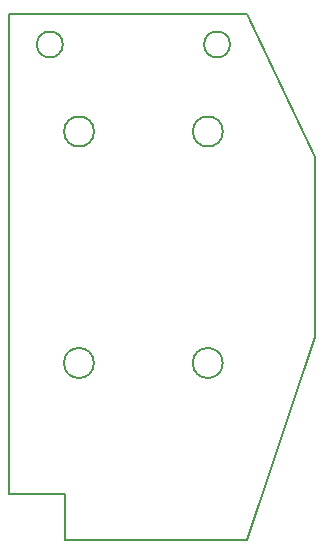
<source format=gbr>
G04 #@! TF.GenerationSoftware,KiCad,Pcbnew,(5.1.6-0-10_14)*
G04 #@! TF.CreationDate,2022-12-26T18:07:59+09:00*
G04 #@! TF.ProjectId,cool536trackballparts,636f6f6c-3533-4367-9472-61636b62616c,rev?*
G04 #@! TF.SameCoordinates,Original*
G04 #@! TF.FileFunction,Profile,NP*
%FSLAX46Y46*%
G04 Gerber Fmt 4.6, Leading zero omitted, Abs format (unit mm)*
G04 Created by KiCad (PCBNEW (5.1.6-0-10_14)) date 2022-12-26 18:07:59*
%MOMM*%
%LPD*%
G01*
G04 APERTURE LIST*
G04 #@! TA.AperFunction,Profile*
%ADD10C,0.150000*%
G04 #@! TD*
G04 APERTURE END LIST*
D10*
X82210000Y-27690000D02*
X87960000Y-39820000D01*
X80150000Y-57220000D02*
G75*
G03*
X80150000Y-57220000I-1270000J0D01*
G01*
X66780000Y-68310000D02*
X66780000Y-72200000D01*
X87960000Y-55020000D02*
X82210000Y-72200000D01*
X82210000Y-27690000D02*
X62020000Y-27690000D01*
X69250000Y-37620000D02*
G75*
G03*
X69250000Y-37620000I-1270000J0D01*
G01*
X66610000Y-30250000D02*
G75*
G03*
X66610000Y-30250000I-1100000J0D01*
G01*
X62020000Y-68310000D02*
X66780000Y-68310000D01*
X80770000Y-30250000D02*
G75*
G03*
X80770000Y-30250000I-1100000J0D01*
G01*
X80160000Y-37620000D02*
G75*
G03*
X80160000Y-37620000I-1270000J0D01*
G01*
X62020000Y-27690000D02*
X62020000Y-68310000D01*
X82210000Y-72200000D02*
X66780000Y-72200000D01*
X87960000Y-39820000D02*
X87960000Y-55020000D01*
X69240000Y-57220000D02*
G75*
G03*
X69240000Y-57220000I-1270000J0D01*
G01*
M02*

</source>
